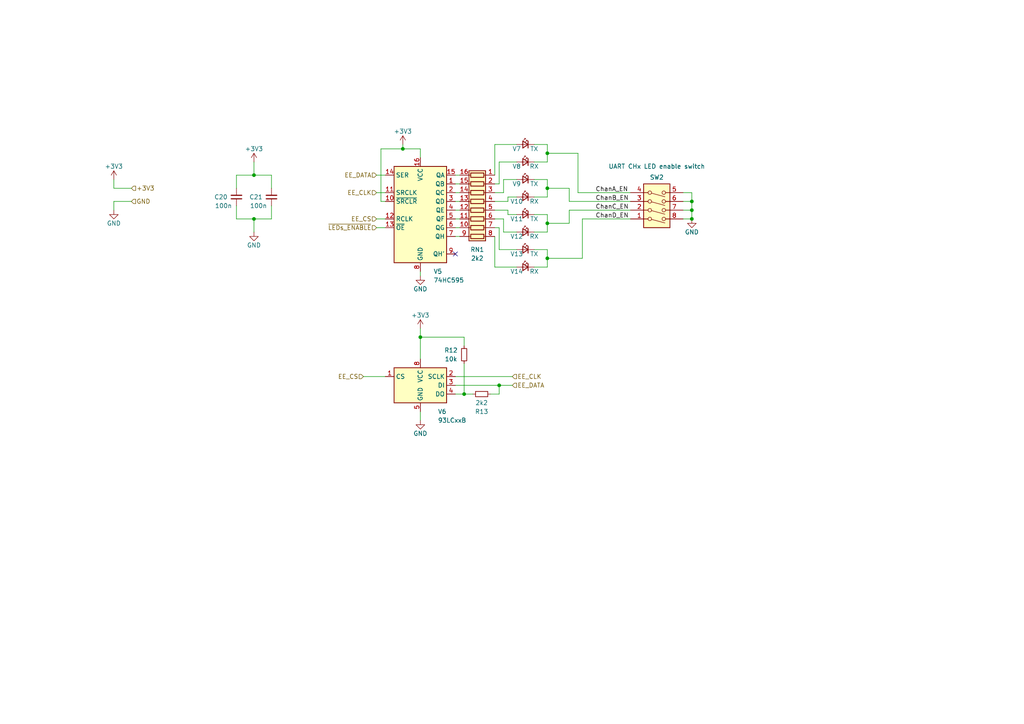
<source format=kicad_sch>
(kicad_sch (version 20230121) (generator eeschema)
  (paper "A4")
  (lib_symbols
    (symbol "74xx:74HC595"
      (property "Reference" "U" (at -7.62 13.97 0))
      (property "Value" "74HC595" (at -7.62 -16.51 0))
      (symbol "74HC595_1_0"
        (pin tri_state line (at 10.16 7.62 180) (length 2.54) (name "QB") (number "1"))
        (pin input line (at -10.16 2.54 0) (length 2.54) (name "~{SRCLR}") (number "10"))
        (pin input line (at -10.16 5.08 0) (length 2.54) (name "SRCLK") (number "11"))
        (pin input line (at -10.16 -2.54 0) (length 2.54) (name "RCLK") (number "12"))
        (pin input line (at -10.16 -5.08 0) (length 2.54) (name "~{OE}") (number "13"))
        (pin input line (at -10.16 10.16 0) (length 2.54) (name "SER") (number "14"))
        (pin tri_state line (at 10.16 10.16 180) (length 2.54) (name "QA") (number "15"))
        (pin power_in line (at 0 15.24 270) (length 2.54) (name "VCC") (number "16"))
        (pin tri_state line (at 10.16 5.08 180) (length 2.54) (name "QC") (number "2"))
        (pin tri_state line (at 10.16 2.54 180) (length 2.54) (name "QD") (number "3"))
        (pin tri_state line (at 10.16 0 180) (length 2.54) (name "QE") (number "4"))
        (pin tri_state line (at 10.16 -2.54 180) (length 2.54) (name "QF") (number "5"))
        (pin tri_state line (at 10.16 -5.08 180) (length 2.54) (name "QG") (number "6"))
        (pin tri_state line (at 10.16 -7.62 180) (length 2.54) (name "QH") (number "7"))
        (pin power_in line (at 0 -17.78 90) (length 2.54) (name "GND") (number "8"))
        (pin output line (at 10.16 -12.7 180) (length 2.54) (name "QH'") (number "9"))
      )
      (symbol "74HC595_1_1"
        (rectangle (start -7.62 12.7) (end 7.62 -15.24) (stroke (width 0.254)) (fill (type background)))
      )
    )
    (symbol "Device:C_Small" (pin_numbers hide) (pin_names (offset 0.254) hide)
      (property "Reference" "C" (at 0.254 1.778 0))
      (property "Value" "C_Small" (at 0.254 -2.032 0))
      (symbol "C_Small_0_1"
        (polyline (pts (xy -1.524 -0.508) (xy 1.524 -0.508)) (stroke (width 0.3302)))
        (polyline (pts (xy -1.524 0.508) (xy 1.524 0.508)) (stroke (width 0.3048)))
      )
      (symbol "C_Small_1_1"
        (pin passive line (at 0 2.54 270) (length 2.032) (name "~") (number "1"))
        (pin passive line (at 0 -2.54 90) (length 2.032) (name "~") (number "2"))
      )
    )
    (symbol "Device:LED_Small" (pin_numbers hide) (pin_names (offset 0.254) hide)
      (property "Reference" "D" (at -1.27 3.175 0))
      (property "Value" "LED_Small" (at -4.445 -2.54 0))
      (symbol "LED_Small_0_1"
        (polyline (pts (xy -0.762 -1.016) (xy -0.762 1.016)) (stroke (width 0.254)))
        (polyline (pts (xy 1.016 0) (xy -0.762 0)))
        (polyline (pts (xy 0.762 -1.016) (xy -0.762 0) (xy 0.762 1.016) (xy 0.762 -1.016)) (stroke (width 0.254)))
        (polyline (pts (xy 0 0.762) (xy -0.508 1.27) (xy -0.254 1.27) (xy -0.508 1.27) (xy -0.508 1.016)))
        (polyline (pts (xy 0.508 1.27) (xy 0 1.778) (xy 0.254 1.778) (xy 0 1.778) (xy 0 1.524)))
      )
      (symbol "LED_Small_1_1"
        (pin passive line (at -2.54 0 0) (length 1.778) (name "K") (number "1"))
        (pin passive line (at 2.54 0 180) (length 1.778) (name "A") (number "2"))
      )
    )
    (symbol "Device:R_Pack08" (pin_names (offset 0) hide)
      (property "Reference" "RN" (at -12.7 0 90))
      (property "Value" "R_Pack08" (at 10.16 0 90))
      (symbol "R_Pack08_0_1"
        (rectangle (start -11.43 -2.413) (end 8.89 2.413) (stroke (width 0.254)) (fill (type background)))
        (rectangle (start -10.795 1.905) (end -9.525 -1.905) (stroke (width 0.254)))
        (rectangle (start -8.255 1.905) (end -6.985 -1.905) (stroke (width 0.254)))
        (rectangle (start -5.715 1.905) (end -4.445 -1.905) (stroke (width 0.254)))
        (rectangle (start -3.175 1.905) (end -1.905 -1.905) (stroke (width 0.254)))
        (rectangle (start -0.635 1.905) (end 0.635 -1.905) (stroke (width 0.254)))
        (polyline (pts (xy -10.16 -2.54) (xy -10.16 -1.905)))
        (polyline (pts (xy -10.16 1.905) (xy -10.16 2.54)))
        (polyline (pts (xy -7.62 -2.54) (xy -7.62 -1.905)))
        (polyline (pts (xy -7.62 1.905) (xy -7.62 2.54)))
        (polyline (pts (xy -5.08 -2.54) (xy -5.08 -1.905)))
        (polyline (pts (xy -5.08 1.905) (xy -5.08 2.54)))
        (polyline (pts (xy -2.54 -2.54) (xy -2.54 -1.905)))
        (polyline (pts (xy -2.54 1.905) (xy -2.54 2.54)))
        (polyline (pts (xy 0 -2.54) (xy 0 -1.905)))
        (polyline (pts (xy 0 1.905) (xy 0 2.54)))
        (polyline (pts (xy 2.54 -2.54) (xy 2.54 -1.905)))
        (polyline (pts (xy 2.54 1.905) (xy 2.54 2.54)))
        (polyline (pts (xy 5.08 -2.54) (xy 5.08 -1.905)))
        (polyline (pts (xy 5.08 1.905) (xy 5.08 2.54)))
        (polyline (pts (xy 7.62 -2.54) (xy 7.62 -1.905)))
        (polyline (pts (xy 7.62 1.905) (xy 7.62 2.54)))
        (rectangle (start 1.905 1.905) (end 3.175 -1.905) (stroke (width 0.254)))
        (rectangle (start 4.445 1.905) (end 5.715 -1.905) (stroke (width 0.254)))
        (rectangle (start 6.985 1.905) (end 8.255 -1.905) (stroke (width 0.254)))
      )
      (symbol "R_Pack08_1_1"
        (pin passive line (at -10.16 -5.08 90) (length 2.54) (name "R1.1") (number "1"))
        (pin passive line (at 5.08 5.08 270) (length 2.54) (name "R7.2") (number "10"))
        (pin passive line (at 2.54 5.08 270) (length 2.54) (name "R6.2") (number "11"))
        (pin passive line (at 0 5.08 270) (length 2.54) (name "R5.2") (number "12"))
        (pin passive line (at -2.54 5.08 270) (length 2.54) (name "R4.2") (number "13"))
        (pin passive line (at -5.08 5.08 270) (length 2.54) (name "R3.2") (number "14"))
        (pin passive line (at -7.62 5.08 270) (length 2.54) (name "R2.2") (number "15"))
        (pin passive line (at -10.16 5.08 270) (length 2.54) (name "R1.2") (number "16"))
        (pin passive line (at -7.62 -5.08 90) (length 2.54) (name "R2.1") (number "2"))
        (pin passive line (at -5.08 -5.08 90) (length 2.54) (name "R3.1") (number "3"))
        (pin passive line (at -2.54 -5.08 90) (length 2.54) (name "R4.1") (number "4"))
        (pin passive line (at 0 -5.08 90) (length 2.54) (name "R5.1") (number "5"))
        (pin passive line (at 2.54 -5.08 90) (length 2.54) (name "R6.1") (number "6"))
        (pin passive line (at 5.08 -5.08 90) (length 2.54) (name "R7.1") (number "7"))
        (pin passive line (at 7.62 -5.08 90) (length 2.54) (name "R8.1") (number "8"))
        (pin passive line (at 7.62 5.08 270) (length 2.54) (name "R8.2") (number "9"))
      )
    )
    (symbol "Device:R_Small" (pin_numbers hide) (pin_names (offset 0.254) hide)
      (property "Reference" "R" (at 0.762 0.508 0))
      (property "Value" "R_Small" (at 0.762 -1.016 0))
      (symbol "R_Small_0_1"
        (rectangle (start -0.762 1.778) (end 0.762 -1.778) (stroke (width 0.2032)))
      )
      (symbol "R_Small_1_1"
        (pin passive line (at 0 2.54 270) (length 0.762) (name "~") (number "1"))
        (pin passive line (at 0 -2.54 90) (length 0.762) (name "~") (number "2"))
      )
    )
    (symbol "Memory_EEPROM:93LCxxB"
      (property "Reference" "U" (at -7.62 6.35 0))
      (property "Value" "93LCxxB" (at 2.54 -6.35 0))
      (symbol "93LCxxB_1_1"
        (rectangle (start -7.62 5.08) (end 7.62 -5.08) (stroke (width 0.254)) (fill (type background)))
        (pin input line (at -10.16 2.54 0) (length 2.54) (name "CS") (number "1"))
        (pin input line (at 10.16 2.54 180) (length 2.54) (name "SCLK") (number "2"))
        (pin input line (at 10.16 0 180) (length 2.54) (name "DI") (number "3"))
        (pin tri_state line (at 10.16 -2.54 180) (length 2.54) (name "DO") (number "4"))
        (pin power_in line (at 0 -7.62 90) (length 2.54) (name "GND") (number "5"))
        (pin no_connect line (at -7.62 0 0) (length 2.54) hide (name "NC") (number "6"))
        (pin no_connect line (at -7.62 -2.54 0) (length 2.54) hide (name "NC") (number "7"))
        (pin power_in line (at 0 7.62 270) (length 2.54) (name "VCC") (number "8"))
      )
    )
    (symbol "Switch:SW_DIP_x04" (pin_names (offset 0) hide)
      (property "Reference" "SW" (at 0 8.89 0))
      (property "Value" "SW_DIP_x04" (at 0 -6.35 0))
      (symbol "SW_DIP_x04_0_0"
        (circle (center -2.032 -2.54) (radius 0.508))
        (circle (center -2.032 0) (radius 0.508))
        (circle (center -2.032 2.54) (radius 0.508))
        (circle (center -2.032 5.08) (radius 0.508))
        (polyline (pts (xy -1.524 -2.3876) (xy 2.3622 -1.3462)))
        (polyline (pts (xy -1.524 0.127) (xy 2.3622 1.1684)))
        (polyline (pts (xy -1.524 2.667) (xy 2.3622 3.7084)))
        (polyline (pts (xy -1.524 5.207) (xy 2.3622 6.2484)))
        (circle (center 2.032 -2.54) (radius 0.508))
        (circle (center 2.032 0) (radius 0.508))
        (circle (center 2.032 2.54) (radius 0.508))
        (circle (center 2.032 5.08) (radius 0.508))
      )
      (symbol "SW_DIP_x04_0_1"
        (rectangle (start -3.81 7.62) (end 3.81 -5.08) (stroke (width 0.254)) (fill (type background)))
      )
      (symbol "SW_DIP_x04_1_1"
        (pin passive line (at -7.62 5.08 0) (length 5.08) (name "~") (number "1"))
        (pin passive line (at -7.62 2.54 0) (length 5.08) (name "~") (number "2"))
        (pin passive line (at -7.62 0 0) (length 5.08) (name "~") (number "3"))
        (pin passive line (at -7.62 -2.54 0) (length 5.08) (name "~") (number "4"))
        (pin passive line (at 7.62 -2.54 180) (length 5.08) (name "~") (number "5"))
        (pin passive line (at 7.62 0 180) (length 5.08) (name "~") (number "6"))
        (pin passive line (at 7.62 2.54 180) (length 5.08) (name "~") (number "7"))
        (pin passive line (at 7.62 5.08 180) (length 5.08) (name "~") (number "8"))
      )
    )
    (symbol "power:+3V3" (power) (pin_names (offset 0))
      (property "Value" "+3V3" (at 0 3.556 0))
      (symbol "+3V3_0_1"
        (polyline (pts (xy -0.762 1.27) (xy 0 2.54)))
        (polyline (pts (xy 0 0) (xy 0 2.54)))
        (polyline (pts (xy 0 2.54) (xy 0.762 1.27)))
      )
      (symbol "+3V3_1_1"
        (pin power_in line (at 0 0 90) (length 0) hide (name "+3V3") (number "1"))
      )
    )
    (symbol "power:GND" (power) (pin_names (offset 0))
      (property "Value" "GND" (at 0 -3.81 0))
      (symbol "GND_0_1"
        (polyline (pts (xy 0 0) (xy 0 -1.27) (xy 1.27 -1.27) (xy 0 -2.54) (xy -1.27 -1.27) (xy 0 -1.27)))
      )
      (symbol "GND_1_1"
        (pin power_in line (at 0 0 270) (length 0) hide (name "GND") (number "1"))
      )
    )
  )
  (junction (at 73.66 50.8))
  (junction (at 73.66 63.5))
  (junction (at 116.84 43.18))
  (junction (at 158.75 44.45))
  (junction (at 121.92 97.79))
  (junction (at 158.75 74.93))
  (junction (at 200.66 60.96))
  (junction (at 200.66 63.5))
  (junction (at 158.75 54.61))
  (junction (at 200.66 58.42))
  (junction (at 134.62 114.3))
  (junction (at 144.78 111.76))
  (junction (at 158.75 64.77))
  (no_connect (at 132.08 73.66))
  (wire (pts (xy 146.05 67.31) (xy 149.86 67.31)))
  (wire (pts (xy 149.86 41.91) (xy 143.51 41.91)))
  (wire (pts (xy 105.41 109.22) (xy 111.76 109.22)))
  (wire (pts (xy 133.35 50.8) (xy 132.08 50.8)))
  (wire (pts (xy 68.58 63.5) (xy 68.58 59.69)))
  (wire (pts (xy 73.66 63.5) (xy 68.58 63.5)))
  (wire (pts (xy 147.32 60.96) (xy 147.32 62.23)))
  (wire (pts (xy 73.66 46.99) (xy 73.66 50.8)))
  (wire (pts (xy 78.74 50.8) (xy 73.66 50.8)))
  (wire (pts (xy 68.58 50.8) (xy 68.58 54.61)))
  (wire (pts (xy 165.1 64.77) (xy 165.1 60.96)))
  (wire (pts (xy 154.94 52.07) (xy 158.75 52.07)))
  (wire (pts (xy 33.02 58.42) (xy 33.02 60.96)))
  (wire (pts (xy 144.78 66.04) (xy 144.78 72.39)))
  (wire (pts (xy 154.94 57.15) (xy 158.75 57.15)))
  (wire (pts (xy 158.75 74.93) (xy 168.91 74.93)))
  (wire (pts (xy 73.66 50.8) (xy 68.58 50.8)))
  (wire (pts (xy 133.35 63.5) (xy 132.08 63.5)))
  (wire (pts (xy 133.35 60.96) (xy 132.08 60.96)))
  (wire (pts (xy 146.05 52.07) (xy 149.86 52.07)))
  (wire (pts (xy 143.51 68.58) (xy 143.51 77.47)))
  (wire (pts (xy 133.35 68.58) (xy 132.08 68.58)))
  (wire (pts (xy 147.32 62.23) (xy 149.86 62.23)))
  (wire (pts (xy 198.12 63.5) (xy 200.66 63.5)))
  (wire (pts (xy 143.51 60.96) (xy 147.32 60.96)))
  (wire (pts (xy 38.1 54.61) (xy 33.02 54.61)))
  (wire (pts (xy 144.78 114.3) (xy 142.24 114.3)))
  (wire (pts (xy 154.94 72.39) (xy 158.75 72.39)))
  (wire (pts (xy 33.02 54.61) (xy 33.02 52.07)))
  (wire (pts (xy 121.92 78.74) (xy 121.92 80.01)))
  (wire (pts (xy 132.08 114.3) (xy 134.62 114.3)))
  (wire (pts (xy 134.62 100.33) (xy 134.62 97.79)))
  (wire (pts (xy 144.78 114.3) (xy 144.78 111.76)))
  (wire (pts (xy 154.94 67.31) (xy 158.75 67.31)))
  (wire (pts (xy 78.74 54.61) (xy 78.74 50.8)))
  (wire (pts (xy 110.49 43.18) (xy 116.84 43.18)))
  (wire (pts (xy 133.35 53.34) (xy 132.08 53.34)))
  (wire (pts (xy 154.94 77.47) (xy 158.75 77.47)))
  (wire (pts (xy 158.75 44.45) (xy 158.75 46.99)))
  (wire (pts (xy 134.62 105.41) (xy 134.62 114.3)))
  (wire (pts (xy 200.66 60.96) (xy 200.66 63.5)))
  (wire (pts (xy 158.75 64.77) (xy 165.1 64.77)))
  (wire (pts (xy 134.62 114.3) (xy 137.16 114.3)))
  (wire (pts (xy 165.1 58.42) (xy 165.1 54.61)))
  (wire (pts (xy 200.66 55.88) (xy 200.66 58.42)))
  (wire (pts (xy 109.22 55.88) (xy 111.76 55.88)))
  (wire (pts (xy 182.88 55.88) (xy 167.64 55.88)))
  (wire (pts (xy 158.75 64.77) (xy 158.75 67.31)))
  (wire (pts (xy 148.59 109.22) (xy 132.08 109.22)))
  (wire (pts (xy 144.78 72.39) (xy 149.86 72.39)))
  (wire (pts (xy 144.78 111.76) (xy 148.59 111.76)))
  (wire (pts (xy 165.1 58.42) (xy 182.88 58.42)))
  (wire (pts (xy 121.92 43.18) (xy 121.92 45.72)))
  (wire (pts (xy 158.75 72.39) (xy 158.75 74.93)))
  (wire (pts (xy 143.51 77.47) (xy 149.86 77.47)))
  (wire (pts (xy 182.88 63.5) (xy 168.91 63.5)))
  (wire (pts (xy 110.49 43.18) (xy 110.49 58.42)))
  (wire (pts (xy 73.66 67.31) (xy 73.66 63.5)))
  (wire (pts (xy 147.32 57.15) (xy 149.86 57.15)))
  (wire (pts (xy 132.08 111.76) (xy 144.78 111.76)))
  (wire (pts (xy 144.78 53.34) (xy 144.78 46.99)))
  (wire (pts (xy 116.84 41.91) (xy 116.84 43.18)))
  (wire (pts (xy 198.12 58.42) (xy 200.66 58.42)))
  (wire (pts (xy 78.74 59.69) (xy 78.74 63.5)))
  (wire (pts (xy 198.12 60.96) (xy 200.66 60.96)))
  (wire (pts (xy 143.51 41.91) (xy 143.51 50.8)))
  (wire (pts (xy 154.94 62.23) (xy 158.75 62.23)))
  (wire (pts (xy 78.74 63.5) (xy 73.66 63.5)))
  (wire (pts (xy 109.22 50.8) (xy 111.76 50.8)))
  (wire (pts (xy 200.66 58.42) (xy 200.66 60.96)))
  (wire (pts (xy 158.75 74.93) (xy 158.75 77.47)))
  (wire (pts (xy 133.35 55.88) (xy 132.08 55.88)))
  (wire (pts (xy 158.75 52.07) (xy 158.75 54.61)))
  (wire (pts (xy 168.91 74.93) (xy 168.91 63.5)))
  (wire (pts (xy 121.92 121.92) (xy 121.92 119.38)))
  (wire (pts (xy 143.51 63.5) (xy 146.05 63.5)))
  (wire (pts (xy 134.62 97.79) (xy 121.92 97.79)))
  (wire (pts (xy 147.32 57.15) (xy 147.32 58.42)))
  (wire (pts (xy 143.51 66.04) (xy 144.78 66.04)))
  (wire (pts (xy 143.51 53.34) (xy 144.78 53.34)))
  (wire (pts (xy 109.22 63.5) (xy 111.76 63.5)))
  (wire (pts (xy 110.49 58.42) (xy 111.76 58.42)))
  (wire (pts (xy 109.22 66.04) (xy 111.76 66.04)))
  (wire (pts (xy 165.1 60.96) (xy 182.88 60.96)))
  (wire (pts (xy 158.75 54.61) (xy 165.1 54.61)))
  (wire (pts (xy 158.75 44.45) (xy 167.64 44.45)))
  (wire (pts (xy 167.64 44.45) (xy 167.64 55.88)))
  (wire (pts (xy 143.51 55.88) (xy 146.05 55.88)))
  (wire (pts (xy 121.92 95.25) (xy 121.92 97.79)))
  (wire (pts (xy 158.75 41.91) (xy 154.94 41.91)))
  (wire (pts (xy 38.1 58.42) (xy 33.02 58.42)))
  (wire (pts (xy 144.78 46.99) (xy 149.86 46.99)))
  (wire (pts (xy 158.75 62.23) (xy 158.75 64.77)))
  (wire (pts (xy 133.35 66.04) (xy 132.08 66.04)))
  (wire (pts (xy 158.75 54.61) (xy 158.75 57.15)))
  (wire (pts (xy 200.66 55.88) (xy 198.12 55.88)))
  (wire (pts (xy 146.05 55.88) (xy 146.05 52.07)))
  (wire (pts (xy 121.92 97.79) (xy 121.92 104.14)))
  (wire (pts (xy 158.75 41.91) (xy 158.75 44.45)))
  (wire (pts (xy 146.05 63.5) (xy 146.05 67.31)))
  (wire (pts (xy 154.94 46.99) (xy 158.75 46.99)))
  (wire (pts (xy 116.84 43.18) (xy 121.92 43.18)))
  (wire (pts (xy 143.51 58.42) (xy 147.32 58.42)))
  (wire (pts (xy 133.35 58.42) (xy 132.08 58.42)))
  (label "ChanB_EN" (at 172.72 58.42 0))
  (label "ChanA_EN" (at 172.72 55.88 0))
  (label "ChanC_EN" (at 172.72 60.96 0))
  (label "ChanD_EN" (at 172.72 63.5 0))
  (hierarchical_label "GND" (shape input) (at 38.1 58.42 0))
  (hierarchical_label "EE_CS" (shape input) (at 109.22 63.5 180))
  (hierarchical_label "EE_CS" (shape input) (at 105.41 109.22 180))
  (hierarchical_label "EE_DATA" (shape input) (at 109.22 50.8 180))
  (hierarchical_label "+3V3" (shape input) (at 38.1 54.61 0))
  (hierarchical_label "EE_CLK" (shape input) (at 148.59 109.22 0))
  (hierarchical_label "~{LEDs_ENABLE}" (shape input) (at 109.22 66.04 180))
  (hierarchical_label "EE_DATA" (shape input) (at 148.59 111.76 0))
  (hierarchical_label "EE_CLK" (shape input) (at 109.22 55.88 180))
  (symbol (lib_id "Switch:SW_DIP_x04") (at 190.5 58.42 0) (mirror x) (unit 1)
    (property "Reference" "SW2" (at 190.5 51.435 0))
    (property "Value" "UART CHx LED enable switch" (at 190.5 48.26 0))
    (property "Footprint" "Button_Switch_SMD:SW_DIP_SPSTx04_Slide_6.7x11.72mm_W8.61mm_P2.54mm_LowProfile" (effects hide))
  )
  (symbol (lib_id "Device:LED_Small") (at 152.4 46.99 0) (mirror y) (unit 1)
    (property "Reference" "V8" (at 149.86 48.26 0))
    (property "Value" "RX" (at 154.94 48.26 0))
    (property "Footprint" "LED_SMD:LED_0603_1608Metric" (effects hide))
  )
  (symbol (lib_id "Device:LED_Small") (at 152.4 62.23 0) (mirror y) (unit 1)
    (property "Reference" "V11" (at 149.86 63.5 0))
    (property "Value" "TX" (at 154.94 63.5 0))
    (property "Footprint" "LED_SMD:LED_0603_1608Metric" (effects hide))
  )
  (symbol (lib_id "power:GND") (at 121.92 80.01 0) (unit 1)
    (property "Reference" "#PWR047" (effects hide))
    (property "Value" "GND" (at 121.92 83.82 0))
  )
  (symbol (lib_id "Device:LED_Small") (at 152.4 72.39 0) (mirror y) (unit 1)
    (property "Reference" "V13" (at 149.86 73.66 0))
    (property "Value" "TX" (at 154.94 73.66 0))
    (property "Footprint" "LED_SMD:LED_0603_1608Metric" (effects hide))
  )
  (symbol (lib_id "power:+3V3") (at 121.92 95.25 0) (unit 1)
    (property "Reference" "#PWR048" (effects hide))
    (property "Value" "+3V3" (at 121.92 91.44 0))
  )
  (symbol (lib_id "power:+3V3") (at 116.84 41.91 0) (unit 1)
    (property "Reference" "#PWR046" (effects hide))
    (property "Value" "+3V3" (at 116.84 38.1 0))
  )
  (symbol (lib_id "power:GND") (at 33.02 60.96 0) (unit 1)
    (property "Reference" "#PWR043" (effects hide))
    (property "Value" "GND" (at 33.02 64.77 0))
  )
  (symbol (lib_id "power:+3V3") (at 73.66 46.99 0) (unit 1)
    (property "Reference" "#PWR044" (effects hide))
    (property "Value" "+3V3" (at 73.66 43.18 0))
  )
  (symbol (lib_id "Device:LED_Small") (at 152.4 52.07 0) (mirror y) (unit 1)
    (property "Reference" "V9" (at 149.86 53.34 0))
    (property "Value" "TX" (at 154.94 53.34 0))
    (property "Footprint" "LED_SMD:LED_0603_1608Metric" (effects hide))
  )
  (symbol (lib_id "power:GND") (at 200.66 63.5 0) (unit 1)
    (property "Reference" "#PWR050" (effects hide))
    (property "Value" "GND" (at 200.66 67.31 0))
  )
  (symbol (lib_id "Device:LED_Small") (at 152.4 67.31 0) (mirror y) (unit 1)
    (property "Reference" "V12" (at 149.86 68.58 0))
    (property "Value" "RX" (at 154.94 68.58 0))
    (property "Footprint" "LED_SMD:LED_0603_1608Metric" (effects hide))
  )
  (symbol (lib_id "Device:R_Small") (at 134.62 102.87 180) (unit 1)
    (property "Reference" "R12" (at 130.81 101.6 0))
    (property "Value" "10k" (at 130.81 104.14 0))
    (property "Footprint" "Resistor_SMD:R_0402_1005Metric" (effects hide))
  )
  (symbol (lib_id "Device:C_Small") (at 68.58 57.15 180) (unit 1)
    (property "Reference" "C20" (at 66.04 57.15 0) (effects (justify left)))
    (property "Value" "100n" (at 67.31 59.69 0) (effects (justify left)))
    (property "Footprint" "Capacitor_SMD:C_0402_1005Metric" (effects hide))
  )
  (symbol (lib_id "Device:R_Pack08") (at 138.43 60.96 90) (mirror x) (unit 1)
    (property "Reference" "RN1" (at 138.43 72.39 90))
    (property "Value" "2k2" (at 138.43 74.93 90))
    (property "Footprint" "Resistor_SMD:R_Array_Convex_8x0602" (effects hide))
  )
  (symbol (lib_id "Device:LED_Small") (at 152.4 57.15 0) (mirror y) (unit 1)
    (property "Reference" "V10" (at 149.86 58.42 0))
    (property "Value" "RX" (at 154.94 58.42 0))
    (property "Footprint" "LED_SMD:LED_0603_1608Metric" (effects hide))
  )
  (symbol (lib_id "Memory_EEPROM:93LCxxB") (at 121.92 111.76 0) (unit 1)
    (property "Reference" "V6" (at 127 119.38 0) (effects (justify left)))
    (property "Value" "93LCxxB" (at 127 121.92 0) (effects (justify left)))
    (property "Footprint" "Package_DFN_QFN:DFN-8-1EP_3x2mm_P0.5mm_EP1.7x1.4mm" (effects hide))
    (property "Datasheet" "http://ww1.microchip.com/downloads/en/DeviceDoc/20001749K.pdf" (effects hide))
  )
  (symbol (lib_id "Device:LED_Small") (at 152.4 77.47 0) (mirror y) (unit 1)
    (property "Reference" "V14" (at 149.86 78.74 0))
    (property "Value" "RX" (at 154.94 78.74 0))
    (property "Footprint" "LED_SMD:LED_0603_1608Metric" (effects hide))
  )
  (symbol (lib_id "74xx:74HC595") (at 121.92 60.96 0) (unit 1)
    (property "Reference" "V5" (at 125.73 78.74 0) (effects (justify left)))
    (property "Value" "74HC595" (at 125.73 81.28 0) (effects (justify left)))
    (property "Footprint" "ft4232_footprints:74HC595" (effects hide))
    (property "Datasheet" "http://www.ti.com/lit/ds/symlink/sn74hc595.pdf" (effects hide))
  )
  (symbol (lib_id "power:GND") (at 73.66 67.31 0) (unit 1)
    (property "Reference" "#PWR045" (effects hide))
    (property "Value" "GND" (at 73.66 71.12 0))
  )
  (symbol (lib_id "Device:R_Small") (at 139.7 114.3 90) (unit 1)
    (property "Reference" "R13" (at 139.7 119.38 90))
    (property "Value" "2k2" (at 139.7 116.84 90))
    (property "Footprint" "Resistor_SMD:R_0402_1005Metric" (effects hide))
  )
  (symbol (lib_id "Device:LED_Small") (at 152.4 41.91 0) (mirror y) (unit 1)
    (property "Reference" "V7" (at 149.86 43.18 0))
    (property "Value" "TX" (at 154.94 43.18 0))
    (property "Footprint" "LED_SMD:LED_0603_1608Metric" (effects hide))
  )
  (symbol (lib_id "power:GND") (at 121.92 121.92 0) (unit 1)
    (property "Reference" "#PWR049" (effects hide))
    (property "Value" "GND" (at 121.92 125.73 0))
  )
  (symbol (lib_id "power:+3V3") (at 33.02 52.07 0) (unit 1)
    (property "Reference" "#PWR042" (effects hide))
    (property "Value" "+3V3" (at 33.02 48.26 0))
  )
  (symbol (lib_id "Device:C_Small") (at 78.74 57.15 180) (unit 1)
    (property "Reference" "C21" (at 76.2 57.15 0) (effects (justify left)))
    (property "Value" "100n" (at 77.47 59.69 0) (effects (justify left)))
    (property "Footprint" "Capacitor_SMD:C_0402_1005Metric" (effects hide))
  )
)
</source>
